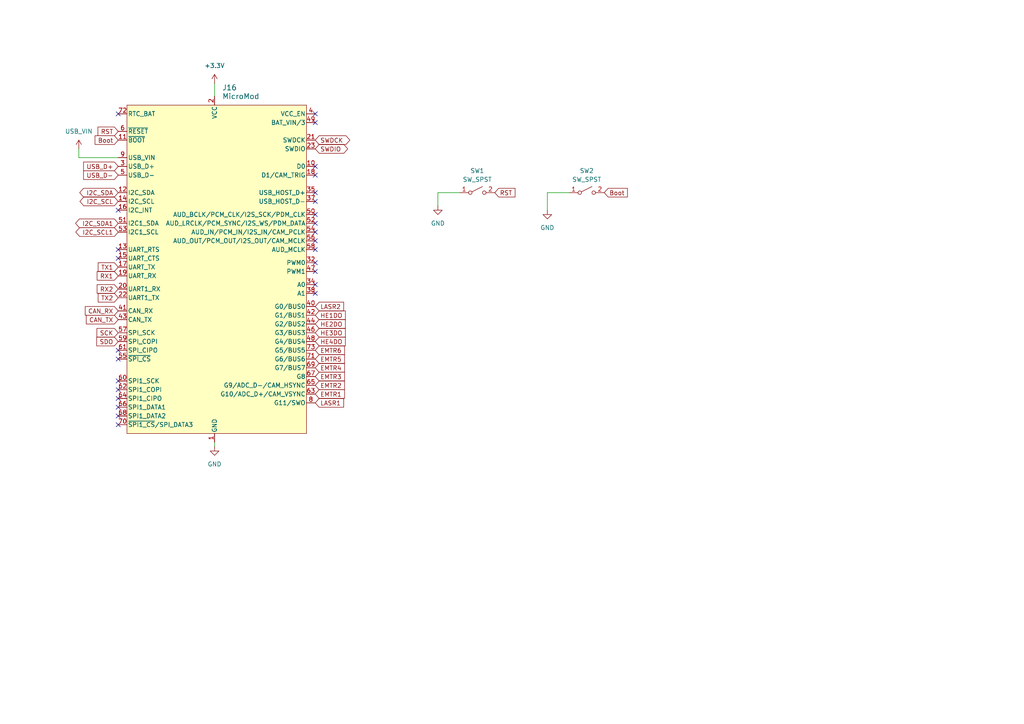
<source format=kicad_sch>
(kicad_sch (version 20231120) (generator "eeschema") (generator_version "8.0")
  (paper "A4")
  (lib_symbols
    (symbol "SJSU_common:MicroMod" (pin_names (offset 0.254))
      (property "Reference" "J" (at 16.256 12.7 0))
      (property "Value" "MicroMod" (at 16.51 10.16 0))
      (symbol "MicroMod_1_1"
        (rectangle (start -8.89 2.54) (end 43.18 -92.71) (fill (type background)))
        (pin power_out line (at 16.51 -95.25 90) (length 2.54) (name "GND") (number "1"))
        (pin bidirectional line (at 45.72 -15.24 180) (length 2.54) (name "D0") (number "10"))
        (pin open_collector line (at -11.43 -7.62 0) (length 2.54) (name "~{BOOT}") (number "11"))
        (pin bidirectional line (at -11.43 -22.86 0) (length 2.54) (name "I2C_SDA") (number "12"))
        (pin output line (at -11.43 -39.37 0) (length 2.54) (name "UART_RTS") (number "13"))
        (pin bidirectional line (at -11.43 -25.4 0) (length 2.54) (name "I2C_SCL") (number "14"))
        (pin input line (at -11.43 -41.91 0) (length 2.54) (name "UART_CTS") (number "15"))
        (pin open_collector line (at -11.43 -27.94 0) (length 2.54) (name "I2C_INT") (number "16"))
        (pin output line (at -11.43 -44.45 0) (length 2.54) (name "UART_TX") (number "17"))
        (pin bidirectional line (at 45.72 -17.78 180) (length 2.54) (name "D1/CAM_TRIG") (number "18"))
        (pin input line (at -11.43 -46.99 0) (length 2.54) (name "UART_RX") (number "19"))
        (pin power_in line (at 16.51 5.08 270) (length 2.54) (name "VCC") (number "2"))
        (pin input line (at -11.43 -50.8 0) (length 2.54) (name "UART1_RX") (number "20"))
        (pin input line (at 45.72 -7.62 180) (length 2.54) (name "SWDCK") (number "21"))
        (pin output line (at -11.43 -53.34 0) (length 2.54) (name "UART1_TX") (number "22"))
        (pin output line (at 45.72 -10.16 180) (length 2.54) (name "SWDIO") (number "23"))
        (pin bidirectional line (at -11.43 -15.24 0) (length 2.54) (name "USB_D+") (number "3"))
        (pin output line (at 45.72 -43.18 180) (length 2.54) (name "PWM0") (number "32"))
        (pin power_out line (at 16.51 -95.25 90) (length 2.54) hide (name "GND") (number "33"))
        (pin output line (at 45.72 -49.53 180) (length 2.54) (name "A0") (number "34"))
        (pin bidirectional line (at 45.72 -22.86 180) (length 2.54) (name "USB_HOST_D+") (number "35"))
        (pin power_out line (at 16.51 -95.25 90) (length 2.54) hide (name "GND") (number "36"))
        (pin bidirectional line (at 45.72 -25.4 180) (length 2.54) (name "USB_HOST_D-") (number "37"))
        (pin output line (at 45.72 -52.07 180) (length 2.54) (name "A1") (number "38"))
        (pin power_out line (at 16.51 -95.25 90) (length 2.54) hide (name "GND") (number "39"))
        (pin output line (at 45.72 0 180) (length 2.54) (name "VCC_EN") (number "4"))
        (pin bidirectional line (at 45.72 -55.88 180) (length 2.54) (name "G0/BUS0") (number "40"))
        (pin input line (at -11.43 -57.15 0) (length 2.54) (name "CAN_RX") (number "41"))
        (pin bidirectional line (at 45.72 -58.42 180) (length 2.54) (name "G1/BUS1") (number "42"))
        (pin output line (at -11.43 -59.69 0) (length 2.54) (name "CAN_TX") (number "43"))
        (pin bidirectional line (at 45.72 -60.96 180) (length 2.54) (name "G2/BUS2") (number "44"))
        (pin power_out line (at 16.51 -95.25 90) (length 2.54) hide (name "GND") (number "45"))
        (pin bidirectional line (at 45.72 -63.5 180) (length 2.54) (name "G3/BUS3") (number "46"))
        (pin output line (at 45.72 -45.72 180) (length 2.54) (name "PWM1") (number "47"))
        (pin bidirectional line (at 45.72 -66.04 180) (length 2.54) (name "G4/BUS4") (number "48"))
        (pin input line (at 45.72 -2.54 180) (length 2.54) (name "BAT_VIN/3") (number "49"))
        (pin bidirectional line (at -11.43 -17.78 0) (length 2.54) (name "USB_D-") (number "5"))
        (pin bidirectional line (at 45.72 -29.21 180) (length 2.54) (name "AUD_BCLK/PCM_CLK/I2S_SCK/PDM_CLK") (number "50"))
        (pin bidirectional line (at -11.43 -31.75 0) (length 2.54) (name "I2C1_SDA") (number "51"))
        (pin bidirectional line (at 45.72 -31.75 180) (length 2.54) (name "AUD_LRCLK/PCM_SYNC/I2S_WS/PDM_DATA") (number "52"))
        (pin bidirectional line (at -11.43 -34.29 0) (length 2.54) (name "I2C1_SCL") (number "53"))
        (pin input line (at 45.72 -34.29 180) (length 2.54) (name "AUD_IN/PCM_IN/I2S_IN/CAM_PCLK") (number "54"))
        (pin output line (at -11.43 -71.12 0) (length 2.54) (name "~{SPI_CS}") (number "55"))
        (pin output line (at 45.72 -36.83 180) (length 2.54) (name "AUD_OUT/PCM_OUT/I2S_OUT/CAM_MCLK") (number "56"))
        (pin output line (at -11.43 -63.5 0) (length 2.54) (name "SPI_SCK") (number "57"))
        (pin output line (at 45.72 -39.37 180) (length 2.54) (name "AUD_MCLK") (number "58"))
        (pin output line (at -11.43 -66.04 0) (length 2.54) (name "SPI_COPI") (number "59"))
        (pin open_collector line (at -11.43 -5.08 0) (length 2.54) (name "~{RESET}") (number "6"))
        (pin output line (at -11.43 -77.47 0) (length 2.54) (name "SPI1_SCK") (number "60"))
        (pin output line (at -11.43 -68.58 0) (length 2.54) (name "SPI_CIPO") (number "61"))
        (pin output line (at -11.43 -80.01 0) (length 2.54) (name "SPI1_COPI") (number "62"))
        (pin bidirectional line (at 45.72 -81.28 180) (length 2.54) (name "G10/ADC_D+/CAM_VSYNC") (number "63"))
        (pin output line (at -11.43 -82.55 0) (length 2.54) (name "SPI1_CIPO") (number "64"))
        (pin bidirectional line (at 45.72 -78.74 180) (length 2.54) (name "G9/ADC_D-/CAM_HSYNC") (number "65"))
        (pin output line (at -11.43 -85.09 0) (length 2.54) (name "SPI1_DATA1") (number "66"))
        (pin bidirectional line (at 45.72 -76.2 180) (length 2.54) (name "G8") (number "67"))
        (pin output line (at -11.43 -87.63 0) (length 2.54) (name "SPI1_DATA2") (number "68"))
        (pin bidirectional line (at 45.72 -73.66 180) (length 2.54) (name "G7/BUS7") (number "69"))
        (pin power_out line (at 16.51 -95.25 90) (length 2.54) hide (name "GND") (number "7"))
        (pin bidirectional line (at -11.43 -90.17 0) (length 2.54) (name "~{SPI1_CS}/SPI_DATA3") (number "70"))
        (pin bidirectional line (at 45.72 -71.12 180) (length 2.54) (name "G6/BUS6") (number "71"))
        (pin power_in line (at -11.43 0 0) (length 2.54) (name "RTC_BAT") (number "72"))
        (pin bidirectional line (at 45.72 -68.58 180) (length 2.54) (name "G5/BUS5") (number "73"))
        (pin power_in line (at 16.51 5.08 270) (length 2.54) hide (name "VCC") (number "74"))
        (pin power_out line (at 16.51 -95.25 90) (length 2.54) hide (name "GND") (number "75"))
        (pin bidirectional line (at 45.72 -83.82 180) (length 2.54) (name "G11/SWO") (number "8"))
        (pin power_in line (at -11.43 -12.7 0) (length 2.54) (name "USB_VIN") (number "9"))
        (pin power_out line (at 16.51 -95.25 90) (length 2.54) hide (name "GND") (number "S1"))
        (pin power_out line (at 16.51 -95.25 90) (length 2.54) hide (name "GND") (number "S2"))
        (pin power_out line (at 16.51 -95.25 90) (length 2.54) hide (name "GND") (number "S3"))
      )
      (symbol "MicroMod_1_2"
        (polyline (pts (xy 5.08 -86.36) (xy 12.7 -86.36)) (stroke (width 0.127)))
        (polyline (pts (xy 5.08 2.54) (xy 5.08 -86.36)) (stroke (width 0.127)))
        (polyline (pts (xy 7.62 -83.82) (xy 5.08 -83.82)) (stroke (width 0.127)))
        (polyline (pts (xy 7.62 -83.82) (xy 8.89 -84.6667)) (stroke (width 0.127)))
        (polyline (pts (xy 7.62 -83.82) (xy 8.89 -82.9733)) (stroke (width 0.127)))
        (polyline (pts (xy 7.62 -81.28) (xy 5.08 -81.28)) (stroke (width 0.127)))
        (polyline (pts (xy 7.62 -81.28) (xy 8.89 -82.1267)) (stroke (width 0.127)))
        (polyline (pts (xy 7.62 -81.28) (xy 8.89 -80.4333)) (stroke (width 0.127)))
        (polyline (pts (xy 7.62 -78.74) (xy 5.08 -78.74)) (stroke (width 0.127)))
        (polyline (pts (xy 7.62 -78.74) (xy 8.89 -79.5867)) (stroke (width 0.127)))
        (polyline (pts (xy 7.62 -78.74) (xy 8.89 -77.8933)) (stroke (width 0.127)))
        (polyline (pts (xy 7.62 -76.2) (xy 5.08 -76.2)) (stroke (width 0.127)))
        (polyline (pts (xy 7.62 -76.2) (xy 8.89 -77.0467)) (stroke (width 0.127)))
        (polyline (pts (xy 7.62 -76.2) (xy 8.89 -75.3533)) (stroke (width 0.127)))
        (polyline (pts (xy 7.62 -73.66) (xy 5.08 -73.66)) (stroke (width 0.127)))
        (polyline (pts (xy 7.62 -73.66) (xy 8.89 -74.5067)) (stroke (width 0.127)))
        (polyline (pts (xy 7.62 -73.66) (xy 8.89 -72.8133)) (stroke (width 0.127)))
        (polyline (pts (xy 7.62 -71.12) (xy 5.08 -71.12)) (stroke (width 0.127)))
        (polyline (pts (xy 7.62 -71.12) (xy 8.89 -71.9667)) (stroke (width 0.127)))
        (polyline (pts (xy 7.62 -71.12) (xy 8.89 -70.2733)) (stroke (width 0.127)))
        (polyline (pts (xy 7.62 -68.58) (xy 5.08 -68.58)) (stroke (width 0.127)))
        (polyline (pts (xy 7.62 -68.58) (xy 8.89 -69.4267)) (stroke (width 0.127)))
        (polyline (pts (xy 7.62 -68.58) (xy 8.89 -67.7333)) (stroke (width 0.127)))
        (polyline (pts (xy 7.62 -66.04) (xy 5.08 -66.04)) (stroke (width 0.127)))
        (polyline (pts (xy 7.62 -66.04) (xy 8.89 -66.8867)) (stroke (width 0.127)))
        (polyline (pts (xy 7.62 -66.04) (xy 8.89 -65.1933)) (stroke (width 0.127)))
        (polyline (pts (xy 7.62 -63.5) (xy 5.08 -63.5)) (stroke (width 0.127)))
        (polyline (pts (xy 7.62 -63.5) (xy 8.89 -64.3467)) (stroke (width 0.127)))
        (polyline (pts (xy 7.62 -63.5) (xy 8.89 -62.6533)) (stroke (width 0.127)))
        (polyline (pts (xy 7.62 -60.96) (xy 5.08 -60.96)) (stroke (width 0.127)))
        (polyline (pts (xy 7.62 -60.96) (xy 8.89 -61.8067)) (stroke (width 0.127)))
        (polyline (pts (xy 7.62 -60.96) (xy 8.89 -60.1133)) (stroke (width 0.127)))
        (polyline (pts (xy 7.62 -58.42) (xy 5.08 -58.42)) (stroke (width 0.127)))
        (polyline (pts (xy 7.62 -58.42) (xy 8.89 -59.2667)) (stroke (width 0.127)))
        (polyline (pts (xy 7.62 -58.42) (xy 8.89 -57.5733)) (stroke (width 0.127)))
        (polyline (pts (xy 7.62 -55.88) (xy 5.08 -55.88)) (stroke (width 0.127)))
        (polyline (pts (xy 7.62 -55.88) (xy 8.89 -56.7267)) (stroke (width 0.127)))
        (polyline (pts (xy 7.62 -55.88) (xy 8.89 -55.0333)) (stroke (width 0.127)))
        (polyline (pts (xy 7.62 -53.34) (xy 5.08 -53.34)) (stroke (width 0.127)))
        (polyline (pts (xy 7.62 -53.34) (xy 8.89 -54.1867)) (stroke (width 0.127)))
        (polyline (pts (xy 7.62 -53.34) (xy 8.89 -52.4933)) (stroke (width 0.127)))
        (polyline (pts (xy 7.62 -50.8) (xy 5.08 -50.8)) (stroke (width 0.127)))
        (polyline (pts (xy 7.62 -50.8) (xy 8.89 -51.6467)) (stroke (width 0.127)))
        (polyline (pts (xy 7.62 -50.8) (xy 8.89 -49.9533)) (stroke (width 0.127)))
        (polyline (pts (xy 7.62 -48.26) (xy 5.08 -48.26)) (stroke (width 0.127)))
        (polyline (pts (xy 7.62 -48.26) (xy 8.89 -49.1067)) (stroke (width 0.127)))
        (polyline (pts (xy 7.62 -48.26) (xy 8.89 -47.4133)) (stroke (width 0.127)))
        (polyline (pts (xy 7.62 -45.72) (xy 5.08 -45.72)) (stroke (width 0.127)))
        (polyline (pts (xy 7.62 -45.72) (xy 8.89 -46.5667)) (stroke (width 0.127)))
        (polyline (pts (xy 7.62 -45.72) (xy 8.89 -44.8733)) (stroke (width 0.127)))
        (polyline (pts (xy 7.62 -43.18) (xy 5.08 -43.18)) (stroke (width 0.127)))
        (polyline (pts (xy 7.62 -43.18) (xy 8.89 -44.0267)) (stroke (width 0.127)))
        (polyline (pts (xy 7.62 -43.18) (xy 8.89 -42.3333)) (stroke (width 0.127)))
        (polyline (pts (xy 7.62 -40.64) (xy 5.08 -40.64)) (stroke (width 0.127)))
        (polyline (pts (xy 7.62 -40.64) (xy 8.89 -41.4867)) (stroke (width 0.127)))
        (polyline (pts (xy 7.62 -40.64) (xy 8.89 -39.7933)) (stroke (width 0.127)))
        (polyline (pts (xy 7.62 -38.1) (xy 5.08 -38.1)) (stroke (width 0.127)))
        (polyline (pts (xy 7.62 -38.1) (xy 8.89 -38.9467)) (stroke (width 0.127)))
        (polyline (pts (xy 7.62 -38.1) (xy 8.89 -37.2533)) (stroke (width 0.127)))
        (polyline (pts (xy 7.62 -35.56) (xy 5.08 -35.56)) (stroke (width 0.127)))
        (polyline (pts (xy 7.62 -35.56) (xy 8.89 -36.4067)) (stroke (width 0.127)))
        (polyline (pts (xy 7.62 -35.56) (xy 8.89 -34.7133)) (stroke (width 0.127)))
        (polyline (pts (xy 7.62 -33.02) (xy 5.08 -33.02)) (stroke (width 0.127)))
        (polyline (pts (xy 7.62 -33.02) (xy 8.89 -33.8667)) (stroke (width 0.127)))
        (polyline (pts (xy 7.62 -33.02) (xy 8.89 -32.1733)) (stroke (width 0.127)))
        (polyline (pts (xy 7.62 -30.48) (xy 5.08 -30.48)) (stroke (width 0.127)))
        (polyline (pts (xy 7.62 -30.48) (xy 8.89 -31.3267)) (stroke (width 0.127)))
        (polyline (pts (xy 7.62 -30.48) (xy 8.89 -29.6333)) (stroke (width 0.127)))
        (polyline (pts (xy 7.62 -27.94) (xy 5.08 -27.94)) (stroke (width 0.127)))
        (polyline (pts (xy 7.62 -27.94) (xy 8.89 -28.7867)) (stroke (width 0.127)))
        (polyline (pts (xy 7.62 -27.94) (xy 8.89 -27.0933)) (stroke (width 0.127)))
        (polyline (pts (xy 7.62 -25.4) (xy 5.08 -25.4)) (stroke (width 0.127)))
        (polyline (pts (xy 7.62 -25.4) (xy 8.89 -26.2467)) (stroke (width 0.127)))
        (polyline (pts (xy 7.62 -25.4) (xy 8.89 -24.5533)) (stroke (width 0.127)))
        (polyline (pts (xy 7.62 -22.86) (xy 5.08 -22.86)) (stroke (width 0.127)))
        (polyline (pts (xy 7.62 -22.86) (xy 8.89 -23.7067)) (stroke (width 0.127)))
        (polyline (pts (xy 7.62 -22.86) (xy 8.89 -22.0133)) (stroke (width 0.127)))
        (polyline (pts (xy 7.62 -20.32) (xy 5.08 -20.32)) (stroke (width 0.127)))
        (polyline (pts (xy 7.62 -20.32) (xy 8.89 -21.1667)) (stroke (width 0.127)))
        (polyline (pts (xy 7.62 -20.32) (xy 8.89 -19.4733)) (stroke (width 0.127)))
        (polyline (pts (xy 7.62 -17.78) (xy 5.08 -17.78)) (stroke (width 0.127)))
        (polyline (pts (xy 7.62 -17.78) (xy 8.89 -18.6267)) (stroke (width 0.127)))
        (polyline (pts (xy 7.62 -17.78) (xy 8.89 -16.9333)) (stroke (width 0.127)))
        (polyline (pts (xy 7.62 -15.24) (xy 5.08 -15.24)) (stroke (width 0.127)))
        (polyline (pts (xy 7.62 -15.24) (xy 8.89 -16.0867)) (stroke (width 0.127)))
        (polyline (pts (xy 7.62 -15.24) (xy 8.89 -14.3933)) (stroke (width 0.127)))
        (polyline (pts (xy 7.62 -12.7) (xy 5.08 -12.7)) (stroke (width 0.127)))
        (polyline (pts (xy 7.62 -12.7) (xy 8.89 -13.5467)) (stroke (width 0.127)))
        (polyline (pts (xy 7.62 -12.7) (xy 8.89 -11.8533)) (stroke (width 0.127)))
        (polyline (pts (xy 7.62 -10.16) (xy 5.08 -10.16)) (stroke (width 0.127)))
        (polyline (pts (xy 7.62 -10.16) (xy 8.89 -11.0067)) (stroke (width 0.127)))
        (polyline (pts (xy 7.62 -10.16) (xy 8.89 -9.3133)) (stroke (width 0.127)))
        (polyline (pts (xy 7.62 -7.62) (xy 5.08 -7.62)) (stroke (width 0.127)))
        (polyline (pts (xy 7.62 -7.62) (xy 8.89 -8.4667)) (stroke (width 0.127)))
        (polyline (pts (xy 7.62 -7.62) (xy 8.89 -6.7733)) (stroke (width 0.127)))
        (polyline (pts (xy 7.62 -5.08) (xy 5.08 -5.08)) (stroke (width 0.127)))
        (polyline (pts (xy 7.62 -5.08) (xy 8.89 -5.9267)) (stroke (width 0.127)))
        (polyline (pts (xy 7.62 -5.08) (xy 8.89 -4.2333)) (stroke (width 0.127)))
        (polyline (pts (xy 7.62 -2.54) (xy 5.08 -2.54)) (stroke (width 0.127)))
        (polyline (pts (xy 7.62 -2.54) (xy 8.89 -3.3867)) (stroke (width 0.127)))
        (polyline (pts (xy 7.62 -2.54) (xy 8.89 -1.6933)) (stroke (width 0.127)))
        (polyline (pts (xy 7.62 0) (xy 5.08 0)) (stroke (width 0.127)))
        (polyline (pts (xy 7.62 0) (xy 8.89 -0.8467)) (stroke (width 0.127)))
        (polyline (pts (xy 7.62 0) (xy 8.89 0.8467)) (stroke (width 0.127)))
        (polyline (pts (xy 12.7 -86.36) (xy 12.7 2.54)) (stroke (width 0.127)))
        (polyline (pts (xy 12.7 2.54) (xy 5.08 2.54)) (stroke (width 0.127)))
      )
    )
    (symbol "Switch:SW_SPST" (pin_names (offset 0) hide)
      (property "Reference" "SW" (at 0 3.175 0))
      (property "Value" "SW_SPST" (at 0 -2.54 0))
      (symbol "SW_SPST_0_0"
        (circle (center -2.032 0) (radius 0.508))
        (polyline (pts (xy -1.524 0.254) (xy 1.524 1.778)))
        (circle (center 2.032 0) (radius 0.508))
      )
      (symbol "SW_SPST_1_1"
        (pin passive line (at -5.08 0 0) (length 2.54) (name "A") (number "1"))
        (pin passive line (at 5.08 0 180) (length 2.54) (name "B") (number "2"))
      )
    )
    (symbol "power:+3.3V" (power) (pin_numbers hide) (pin_names (offset 0) hide)
      (property "Value" "+3.3V" (at 0 3.556 0))
      (symbol "+3.3V_0_1"
        (polyline (pts (xy -0.762 1.27) (xy 0 2.54)))
        (polyline (pts (xy 0 0) (xy 0 2.54)))
        (polyline (pts (xy 0 2.54) (xy 0.762 1.27)))
      )
      (symbol "+3.3V_1_1"
        (pin power_in line (at 0 0 90) (length 0) (name "~") (number "1"))
      )
    )
    (symbol "power:GND" (power) (pin_numbers hide) (pin_names (offset 0) hide)
      (property "Value" "GND" (at 0 -3.81 0))
      (symbol "GND_0_1"
        (polyline (pts (xy 0 0) (xy 0 -1.27) (xy 1.27 -1.27) (xy 0 -2.54) (xy -1.27 -1.27) (xy 0 -1.27)))
      )
      (symbol "GND_1_1"
        (pin power_in line (at 0 0 270) (length 0) (name "~") (number "1"))
      )
    )
    (symbol "power:VCC" (power) (pin_numbers hide) (pin_names (offset 0) hide)
      (property "Value" "VCC" (at 0 3.556 0))
      (symbol "VCC_0_1"
        (polyline (pts (xy -0.762 1.27) (xy 0 2.54)))
        (polyline (pts (xy 0 0) (xy 0 2.54)))
        (polyline (pts (xy 0 2.54) (xy 0.762 1.27)))
      )
      (symbol "VCC_1_1"
        (pin power_in line (at 0 0 90) (length 0) (name "~") (number "1"))
      )
    )
  )
  (no_connect (at 34.29 120.65))
  (no_connect (at 91.44 67.31))
  (no_connect (at 34.29 60.96))
  (no_connect (at 91.44 55.88))
  (no_connect (at 91.44 33.02))
  (no_connect (at 91.44 50.8))
  (no_connect (at 91.44 58.42))
  (no_connect (at 34.29 101.6))
  (no_connect (at 91.44 76.2))
  (no_connect (at 91.44 82.55))
  (no_connect (at 34.29 110.49))
  (no_connect (at 91.44 78.74))
  (no_connect (at 91.44 69.85))
  (no_connect (at 34.29 113.03))
  (no_connect (at 34.29 104.14))
  (no_connect (at 91.44 35.56))
  (no_connect (at 91.44 72.39))
  (no_connect (at 34.29 123.19))
  (no_connect (at 34.29 74.93))
  (no_connect (at 91.44 48.26))
  (no_connect (at 91.44 64.77))
  (no_connect (at 91.44 85.09))
  (no_connect (at 91.44 62.23))
  (no_connect (at 34.29 72.39))
  (no_connect (at 34.29 118.11))
  (no_connect (at 34.29 115.57))
  (no_connect (at 34.29 33.02))
  (wire (pts (xy 133.35 55.88) (xy 127 55.88)))
  (wire (pts (xy 34.29 45.72) (xy 22.86 45.72)))
  (wire (pts (xy 22.86 45.72) (xy 22.86 43.18)))
  (wire (pts (xy 62.23 24.13) (xy 62.23 27.94)))
  (wire (pts (xy 62.23 129.54) (xy 62.23 128.27)))
  (wire (pts (xy 158.75 55.88) (xy 158.75 60.96)))
  (wire (pts (xy 165.1 55.88) (xy 158.75 55.88)))
  (wire (pts (xy 127 55.88) (xy 127 59.69)))
  (text "MICROMOD checklist:\nDONE\n\n\n" (at 10.414 -1.016 0) (effects (font (size 1.27 1.27))))
  (global_label "EMTR2" (shape input) (at 91.44 111.76 0) (property "Intersheetrefs" "${INTERSHEET_REFS}" (effects (hide yes))))
  (global_label "LASR1" (shape input) (at 91.44 116.84 0) (property "Intersheetrefs" "${INTERSHEET_REFS}" (effects (hide yes))))
  (global_label "USB_D-" (shape input) (at 34.29 50.8 180) (property "Intersheetrefs" "${INTERSHEET_REFS}" (effects (hide yes))))
  (global_label "HE3DO" (shape input) (at 91.44 96.52 0) (property "Intersheetrefs" "${INTERSHEET_REFS}" (effects (hide yes))))
  (global_label "SCK" (shape input) (at 34.29 96.52 180) (property "Intersheetrefs" "${INTERSHEET_REFS}" (effects (hide yes))))
  (global_label "CAN_RX" (shape input) (at 34.29 90.17 180) (property "Intersheetrefs" "${INTERSHEET_REFS}" (effects (hide yes))))
  (global_label "I2C_SCL" (shape bidirectional) (at 34.29 58.42 180) (property "Intersheetrefs" "${INTERSHEET_REFS}" (effects (hide yes))))
  (global_label "EMTR3" (shape input) (at 91.44 109.22 0) (property "Intersheetrefs" "${INTERSHEET_REFS}" (effects (hide yes))))
  (global_label "I2C_SDA" (shape bidirectional) (at 34.29 55.88 180) (property "Intersheetrefs" "${INTERSHEET_REFS}" (effects (hide yes))))
  (global_label "TX2" (shape input) (at 34.29 86.36 180) (property "Intersheetrefs" "${INTERSHEET_REFS}" (effects (hide yes))))
  (global_label "USB_D+" (shape input) (at 34.29 48.26 180) (property "Intersheetrefs" "${INTERSHEET_REFS}" (effects (hide yes))))
  (global_label "I2C_SDA1" (shape bidirectional) (at 34.29 64.77 180) (property "Intersheetrefs" "${INTERSHEET_REFS}" (effects (hide yes))))
  (global_label "HE1DO" (shape input) (at 91.44 91.44 0) (property "Intersheetrefs" "${INTERSHEET_REFS}" (effects (hide yes))))
  (global_label "HE2DO" (shape input) (at 91.44 93.98 0) (property "Intersheetrefs" "${INTERSHEET_REFS}" (effects (hide yes))))
  (global_label "SWDCK" (shape bidirectional) (at 91.44 40.64 0) (property "Intersheetrefs" "${INTERSHEET_REFS}" (effects (hide yes))))
  (global_label "I2C_SCL1" (shape bidirectional) (at 34.29 67.31 180) (property "Intersheetrefs" "${INTERSHEET_REFS}" (effects (hide yes))))
  (global_label "EMTR1" (shape input) (at 91.44 114.3 0) (property "Intersheetrefs" "${INTERSHEET_REFS}" (effects (hide yes))))
  (global_label "RST" (shape input) (at 34.29 38.1 180) (property "Intersheetrefs" "${INTERSHEET_REFS}" (effects (hide yes))))
  (global_label "RX2" (shape input) (at 34.29 83.82 180) (property "Intersheetrefs" "${INTERSHEET_REFS}" (effects (hide yes))))
  (global_label "RX1" (shape input) (at 34.29 80.01 180) (property "Intersheetrefs" "${INTERSHEET_REFS}" (effects (hide yes))))
  (global_label "SWDIO" (shape bidirectional) (at 91.44 43.18 0) (property "Intersheetrefs" "${INTERSHEET_REFS}" (effects (hide yes))))
  (global_label "EMTR5" (shape input) (at 91.44 104.14 0) (property "Intersheetrefs" "${INTERSHEET_REFS}" (effects (hide yes))))
  (global_label "HE4DO" (shape input) (at 91.44 99.06 0) (property "Intersheetrefs" "${INTERSHEET_REFS}" (effects (hide yes))))
  (global_label "RST" (shape input) (at 143.51 55.88 0) (property "Intersheetrefs" "${INTERSHEET_REFS}" (effects (hide yes))))
  (global_label "SDO" (shape input) (at 34.29 99.06 180) (property "Intersheetrefs" "${INTERSHEET_REFS}" (effects (hide yes))))
  (global_label "CAN_TX" (shape input) (at 34.29 92.71 180) (property "Intersheetrefs" "${INTERSHEET_REFS}" (effects (hide yes))))
  (global_label "Boot" (shape input) (at 34.29 40.64 180) (property "Intersheetrefs" "${INTERSHEET_REFS}" (effects (hide yes))))
  (global_label "Boot" (shape input) (at 175.26 55.88 0) (property "Intersheetrefs" "${INTERSHEET_REFS}" (effects (hide yes))))
  (global_label "LASR2" (shape input) (at 91.44 88.9 0) (property "Intersheetrefs" "${INTERSHEET_REFS}" (effects (hide yes))))
  (global_label "EMTR4" (shape input) (at 91.44 106.68 0) (property "Intersheetrefs" "${INTERSHEET_REFS}" (effects (hide yes))))
  (global_label "TX1" (shape input) (at 34.29 77.47 180) (property "Intersheetrefs" "${INTERSHEET_REFS}" (effects (hide yes))))
  (global_label "EMTR6" (shape input) (at 91.44 101.6 0) (property "Intersheetrefs" "${INTERSHEET_REFS}" (effects (hide yes))))
  (symbol (lib_id "power:GND") (at 158.75 60.96 0) (unit 1)
    (property "Reference" "#PWR034" (effects (hide yes)))
    (property "Value" "GND" (at 158.75 66.04 0))
    (property "Description" "Power symbol creates a global label with name \"GND\" , ground" (effects (hide yes)))
  )
  (symbol (lib_id "power:VCC") (at 22.86 43.18 0) (unit 1)
    (property "Reference" "#PWR073" (effects (hide yes)))
    (property "Value" "USB_VIN" (at 22.86 38.1 0))
    (property "Description" "Power symbol creates a global label with name \"VCC\"" (effects (hide yes)))
  )
  (symbol (lib_id "power:GND") (at 62.23 129.54 0) (unit 1)
    (property "Reference" "#PWR031" (effects (hide yes)))
    (property "Value" "GND" (at 62.23 134.62 0))
    (property "Description" "Power symbol creates a global label with name \"GND\" , ground" (effects (hide yes)))
  )
  (symbol (lib_id "Switch:SW_SPST") (at 170.18 55.88 0) (unit 1)
    (property "Reference" "SW2" (at 170.18 49.53 0))
    (property "Value" "SW_SPST" (at 170.18 52.07 0))
    (property "Footprint" "Button_Switch_SMD:SW_SPST_CK_RS282G05A3" (effects (hide yes)))
    (property "Description" "Single Pole Single Throw (SPST) switch" (effects (hide yes)))
  )
  (symbol (lib_id "SJSU_common:MicroMod") (at 45.72 33.02 0) (unit 1)
    (property "Reference" "J16" (at 64.4241 25.4 0) (effects (font (size 1.524 1.524)) (justify left)))
    (property "Value" "MicroMod" (at 64.4241 27.94 0) (effects (font (size 1.524 1.524)) (justify left)))
    (property "Footprint" "SJSU_common:micromod" (effects (hide yes)))
    (property "Datasheet" "https://cdn.sparkfun.com/assets/learn_tutorials/1/2/0/6/SparkFun_MicroMod_Interface_v1.0_-_Pin_Descriptions.pdf" (effects (hide yes)))
    (property "Description" "A microprocessor board mount" (effects (hide yes)))
  )
  (symbol (lib_id "power:GND") (at 127 59.69 0) (unit 1)
    (property "Reference" "#PWR033" (effects (hide yes)))
    (property "Value" "GND" (at 127 64.77 0))
    (property "Description" "Power symbol creates a global label with name \"GND\" , ground" (effects (hide yes)))
  )
  (symbol (lib_id "Switch:SW_SPST") (at 138.43 55.88 0) (unit 1)
    (property "Reference" "SW1" (at 138.43 49.53 0))
    (property "Value" "SW_SPST" (at 138.43 52.07 0))
    (property "Footprint" "Button_Switch_SMD:SW_SPST_CK_RS282G05A3" (effects (hide yes)))
    (property "Description" "Single Pole Single Throw (SPST) switch" (effects (hide yes)))
  )
  (symbol (lib_id "power:+3.3V") (at 62.23 24.13 0) (unit 1)
    (property "Reference" "#PWR032" (effects (hide yes)))
    (property "Value" "+3.3V" (at 62.23 19.05 0))
    (property "Description" "Power symbol creates a global label with name \"+3.3V\"" (effects (hide yes)))
  )
)
</source>
